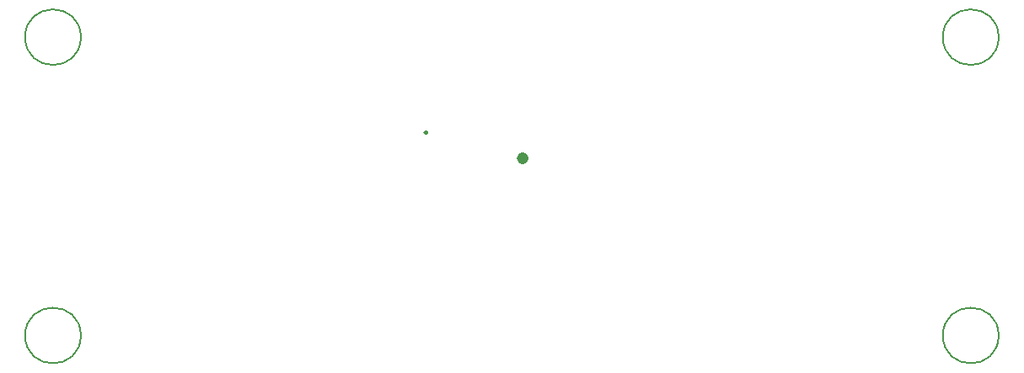
<source format=gbr>
%TF.GenerationSoftware,KiCad,Pcbnew,8.0.3*%
%TF.CreationDate,2024-11-21T16:05:02+01:00*%
%TF.ProjectId,LED Board,4c454420-426f-4617-9264-2e6b69636164,rev?*%
%TF.SameCoordinates,Original*%
%TF.FileFunction,Other,Comment*%
%FSLAX46Y46*%
G04 Gerber Fmt 4.6, Leading zero omitted, Abs format (unit mm)*
G04 Created by KiCad (PCBNEW 8.0.3) date 2024-11-21 16:05:02*
%MOMM*%
%LPD*%
G01*
G04 APERTURE LIST*
%ADD10C,0.150000*%
%ADD11C,0.250000*%
%ADD12C,0.600000*%
G04 APERTURE END LIST*
D10*
%TO.C,H3*%
X167800000Y-45000000D02*
G75*
G02*
X162200000Y-45000000I-2800000J0D01*
G01*
X162200000Y-45000000D02*
G75*
G02*
X167800000Y-45000000I2800000J0D01*
G01*
%TO.C,H1*%
X75600000Y-45000000D02*
G75*
G02*
X70000000Y-45000000I-2800000J0D01*
G01*
X70000000Y-45000000D02*
G75*
G02*
X75600000Y-45000000I2800000J0D01*
G01*
D11*
%TO.C,Q2*%
X110380000Y-54600000D02*
G75*
G02*
X110120000Y-54600000I-130000J0D01*
G01*
X110120000Y-54600000D02*
G75*
G02*
X110380000Y-54600000I130000J0D01*
G01*
D10*
%TO.C,H2*%
X75600000Y-75000000D02*
G75*
G02*
X70000000Y-75000000I-2800000J0D01*
G01*
X70000000Y-75000000D02*
G75*
G02*
X75600000Y-75000000I2800000J0D01*
G01*
D12*
%TO.C,U2*%
X120280000Y-57180000D02*
G75*
G02*
X119680000Y-57180000I-300000J0D01*
G01*
X119680000Y-57180000D02*
G75*
G02*
X120280000Y-57180000I300000J0D01*
G01*
D10*
%TO.C,H4*%
X167800000Y-75000000D02*
G75*
G02*
X162200000Y-75000000I-2800000J0D01*
G01*
X162200000Y-75000000D02*
G75*
G02*
X167800000Y-75000000I2800000J0D01*
G01*
%TD*%
M02*

</source>
